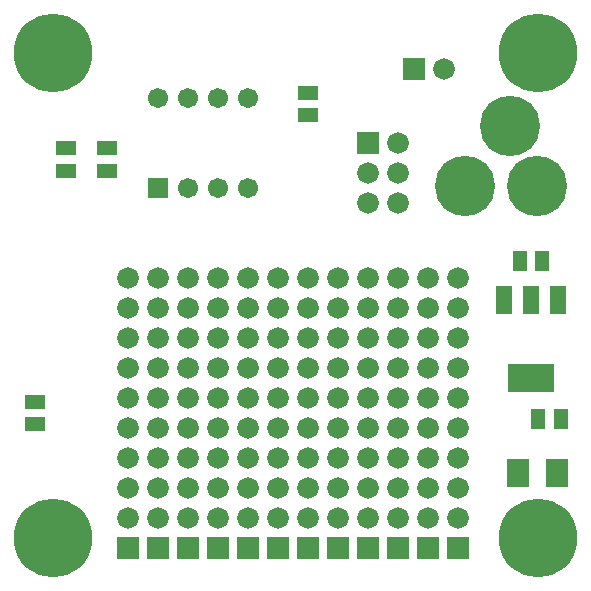
<source format=gts>
G04 (created by PCBNEW (2013-07-07 BZR 4022)-stable) date 3/28/2015 3:41:17 PM*
%MOIN*%
G04 Gerber Fmt 3.4, Leading zero omitted, Abs format*
%FSLAX34Y34*%
G01*
G70*
G90*
G04 APERTURE LIST*
%ADD10C,0.00590551*%
%ADD11R,0.156X0.092*%
%ADD12R,0.052X0.092*%
%ADD13R,0.067X0.067*%
%ADD14C,0.067*%
%ADD15R,0.072X0.072*%
%ADD16C,0.072*%
%ADD17C,0.262*%
%ADD18C,0.201*%
%ADD19R,0.047X0.067*%
%ADD20R,0.067X0.047*%
%ADD21R,0.072X0.092*%
G04 APERTURE END LIST*
G54D10*
G54D11*
X21437Y-16337D03*
G54D12*
X21437Y-13737D03*
X20537Y-13737D03*
X22337Y-13737D03*
G54D13*
X9000Y-10000D03*
G54D14*
X10000Y-10000D03*
X11000Y-10000D03*
X12000Y-10000D03*
X12000Y-7000D03*
X11000Y-7000D03*
X10000Y-7000D03*
X9000Y-7000D03*
G54D15*
X17537Y-6037D03*
G54D16*
X18537Y-6037D03*
G54D17*
X5511Y-21653D03*
X21653Y-21653D03*
X21653Y-5511D03*
X5511Y-5511D03*
G54D16*
X13000Y-13000D03*
X13000Y-14000D03*
X13000Y-17000D03*
X13000Y-18000D03*
G54D15*
X13000Y-22000D03*
G54D16*
X13000Y-21000D03*
X13000Y-20000D03*
X13000Y-19000D03*
X13000Y-16000D03*
X13000Y-15000D03*
X12000Y-13000D03*
X12000Y-14000D03*
X12000Y-17000D03*
X12000Y-18000D03*
G54D15*
X12000Y-22000D03*
G54D16*
X12000Y-21000D03*
X12000Y-20000D03*
X12000Y-19000D03*
X12000Y-16000D03*
X12000Y-15000D03*
X11000Y-13000D03*
X11000Y-14000D03*
X11000Y-17000D03*
X11000Y-18000D03*
G54D15*
X11000Y-22000D03*
G54D16*
X11000Y-21000D03*
X11000Y-20000D03*
X11000Y-19000D03*
X11000Y-16000D03*
X11000Y-15000D03*
X10000Y-13000D03*
X10000Y-14000D03*
X10000Y-17000D03*
X10000Y-18000D03*
G54D15*
X10000Y-22000D03*
G54D16*
X10000Y-21000D03*
X10000Y-20000D03*
X10000Y-19000D03*
X10000Y-16000D03*
X10000Y-15000D03*
X9000Y-13000D03*
X9000Y-14000D03*
X9000Y-17000D03*
X9000Y-18000D03*
G54D15*
X9000Y-22000D03*
G54D16*
X9000Y-21000D03*
X9000Y-20000D03*
X9000Y-19000D03*
X9000Y-16000D03*
X9000Y-15000D03*
X8000Y-13000D03*
X8000Y-14000D03*
X8000Y-17000D03*
X8000Y-18000D03*
G54D15*
X8000Y-22000D03*
G54D16*
X8000Y-21000D03*
X8000Y-20000D03*
X8000Y-19000D03*
X8000Y-16000D03*
X8000Y-15000D03*
X19000Y-13000D03*
X19000Y-14000D03*
X19000Y-17000D03*
X19000Y-18000D03*
G54D15*
X19000Y-22000D03*
G54D16*
X19000Y-21000D03*
X19000Y-20000D03*
X19000Y-19000D03*
X19000Y-16000D03*
X19000Y-15000D03*
X18000Y-13000D03*
X18000Y-14000D03*
X18000Y-17000D03*
X18000Y-18000D03*
G54D15*
X18000Y-22000D03*
G54D16*
X18000Y-21000D03*
X18000Y-20000D03*
X18000Y-19000D03*
X18000Y-16000D03*
X18000Y-15000D03*
X17000Y-13000D03*
X17000Y-14000D03*
X17000Y-17000D03*
X17000Y-18000D03*
G54D15*
X17000Y-22000D03*
G54D16*
X17000Y-21000D03*
X17000Y-20000D03*
X17000Y-19000D03*
X17000Y-16000D03*
X17000Y-15000D03*
X14000Y-13000D03*
X14000Y-14000D03*
X14000Y-17000D03*
X14000Y-18000D03*
G54D15*
X14000Y-22000D03*
G54D16*
X14000Y-21000D03*
X14000Y-20000D03*
X14000Y-19000D03*
X14000Y-16000D03*
X14000Y-15000D03*
X15000Y-13000D03*
X15000Y-14000D03*
X15000Y-17000D03*
X15000Y-18000D03*
G54D15*
X15000Y-22000D03*
G54D16*
X15000Y-21000D03*
X15000Y-20000D03*
X15000Y-19000D03*
X15000Y-16000D03*
X15000Y-15000D03*
X16000Y-13000D03*
X16000Y-14000D03*
X16000Y-17000D03*
X16000Y-18000D03*
G54D15*
X16000Y-22000D03*
G54D16*
X16000Y-21000D03*
X16000Y-20000D03*
X16000Y-19000D03*
X16000Y-16000D03*
X16000Y-15000D03*
G54D18*
X21637Y-9937D03*
X19237Y-9937D03*
X20737Y-7937D03*
G54D15*
X16000Y-8500D03*
G54D16*
X17000Y-8500D03*
X16000Y-9500D03*
X17000Y-9500D03*
X16000Y-10500D03*
X17000Y-10500D03*
G54D19*
X21675Y-17700D03*
X22425Y-17700D03*
G54D20*
X5918Y-9430D03*
X5918Y-8680D03*
G54D19*
X21062Y-12437D03*
X21812Y-12437D03*
G54D20*
X7286Y-8680D03*
X7286Y-9430D03*
X14000Y-6825D03*
X14000Y-7575D03*
X4900Y-17125D03*
X4900Y-17875D03*
G54D21*
X21000Y-19500D03*
X22300Y-19500D03*
M02*

</source>
